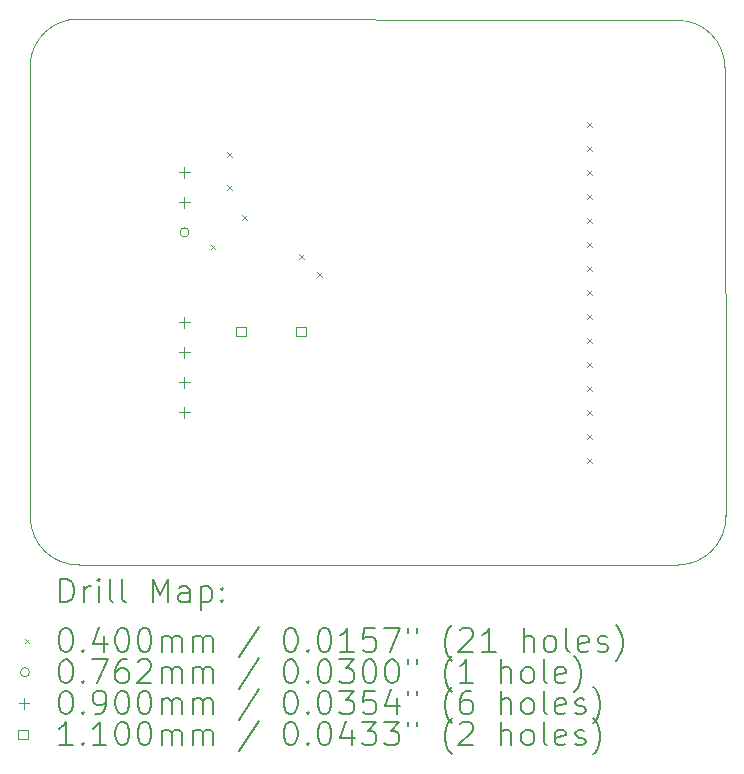
<source format=gbr>
%TF.GenerationSoftware,KiCad,Pcbnew,7.0.7*%
%TF.CreationDate,2023-11-13T23:42:37-06:00*%
%TF.ProjectId,ScienceHeaterElement_2023,53636965-6e63-4654-9865-61746572456c,rev?*%
%TF.SameCoordinates,Original*%
%TF.FileFunction,Drillmap*%
%TF.FilePolarity,Positive*%
%FSLAX45Y45*%
G04 Gerber Fmt 4.5, Leading zero omitted, Abs format (unit mm)*
G04 Created by KiCad (PCBNEW 7.0.7) date 2023-11-13 23:42:37*
%MOMM*%
%LPD*%
G01*
G04 APERTURE LIST*
%ADD10C,0.100000*%
%ADD11C,0.200000*%
%ADD12C,0.040000*%
%ADD13C,0.076200*%
%ADD14C,0.090000*%
%ADD15C,0.110000*%
G04 APERTURE END LIST*
D10*
X17780000Y-2652000D02*
X12702056Y-2640818D01*
X18176000Y-3050005D02*
X18183990Y-6845992D01*
X18176005Y-3050005D02*
G75*
G03*
X17780000Y-2652000I-396005J1995D01*
G01*
X17779990Y-7262168D02*
G75*
G03*
X18183990Y-6845992I10J404168D01*
G01*
X12295822Y-6858000D02*
G75*
G03*
X12711998Y-7262000I404178J0D01*
G01*
X12295820Y-6858000D02*
X12293690Y-3021276D01*
X12702056Y-2640817D02*
G75*
G03*
X12293690Y-3021276I-2056J-407183D01*
G01*
X17779990Y-7262170D02*
X12711998Y-7262000D01*
D11*
D12*
X13823000Y-4552000D02*
X13863000Y-4592000D01*
X13863000Y-4552000D02*
X13823000Y-4592000D01*
X13962225Y-3766475D02*
X14002225Y-3806475D01*
X14002225Y-3766475D02*
X13962225Y-3806475D01*
X13962225Y-4045875D02*
X14002225Y-4085875D01*
X14002225Y-4045875D02*
X13962225Y-4085875D01*
X14089225Y-4299875D02*
X14129225Y-4339875D01*
X14129225Y-4299875D02*
X14089225Y-4339875D01*
X14571825Y-4630075D02*
X14611825Y-4670075D01*
X14611825Y-4630075D02*
X14571825Y-4670075D01*
X14724225Y-4782475D02*
X14764225Y-4822475D01*
X14764225Y-4782475D02*
X14724225Y-4822475D01*
X17011360Y-5138077D02*
X17051360Y-5178077D01*
X17051360Y-5138077D02*
X17011360Y-5178077D01*
X17011367Y-4122074D02*
X17051367Y-4162074D01*
X17051367Y-4122074D02*
X17011367Y-4162074D01*
X17011367Y-5341276D02*
X17051367Y-5381276D01*
X17051367Y-5341276D02*
X17011367Y-5381276D01*
X17011367Y-3512474D02*
X17051367Y-3552474D01*
X17051367Y-3512474D02*
X17011367Y-3552474D01*
X17011368Y-3715669D02*
X17051368Y-3755669D01*
X17051368Y-3715669D02*
X17011368Y-3755669D01*
X17011368Y-5544469D02*
X17051368Y-5584469D01*
X17051368Y-5544469D02*
X17011368Y-5584469D01*
X17011368Y-6154069D02*
X17051368Y-6194069D01*
X17051368Y-6154069D02*
X17011368Y-6194069D01*
X17011368Y-4528475D02*
X17051368Y-4568475D01*
X17051368Y-4528475D02*
X17011368Y-4568475D01*
X17011368Y-6357275D02*
X17051368Y-6397275D01*
X17051368Y-6357275D02*
X17011368Y-6397275D01*
X17011368Y-4325275D02*
X17051368Y-4365275D01*
X17051368Y-4325275D02*
X17011368Y-4365275D01*
X17011368Y-4731668D02*
X17051368Y-4771668D01*
X17051368Y-4731668D02*
X17011368Y-4771668D01*
X17011368Y-4934868D02*
X17051368Y-4974868D01*
X17051368Y-4934868D02*
X17011368Y-4974868D01*
X17011371Y-5747685D02*
X17051371Y-5787685D01*
X17051371Y-5747685D02*
X17011371Y-5787685D01*
X17011371Y-5950885D02*
X17051371Y-5990885D01*
X17051371Y-5950885D02*
X17011371Y-5990885D01*
X17011373Y-3918863D02*
X17051373Y-3958863D01*
X17051373Y-3918863D02*
X17011373Y-3958863D01*
D13*
X13639325Y-4446875D02*
G75*
G03*
X13639325Y-4446875I-38100J0D01*
G01*
D14*
X13601225Y-3893875D02*
X13601225Y-3983875D01*
X13556225Y-3938875D02*
X13646225Y-3938875D01*
X13601225Y-4147875D02*
X13601225Y-4237875D01*
X13556225Y-4192875D02*
X13646225Y-4192875D01*
X13601225Y-5163875D02*
X13601225Y-5253875D01*
X13556225Y-5208875D02*
X13646225Y-5208875D01*
X13601225Y-5417875D02*
X13601225Y-5507875D01*
X13556225Y-5462875D02*
X13646225Y-5462875D01*
X13601225Y-5671875D02*
X13601225Y-5761875D01*
X13556225Y-5716875D02*
X13646225Y-5716875D01*
X13601225Y-5925875D02*
X13601225Y-6015875D01*
X13556225Y-5970875D02*
X13646225Y-5970875D01*
D15*
X14118111Y-5322091D02*
X14118111Y-5244309D01*
X14040329Y-5244309D01*
X14040329Y-5322091D01*
X14118111Y-5322091D01*
X14626111Y-5322091D02*
X14626111Y-5244309D01*
X14548329Y-5244309D01*
X14548329Y-5322091D01*
X14626111Y-5322091D01*
D11*
X12549467Y-7578662D02*
X12549467Y-7378662D01*
X12549467Y-7378662D02*
X12597086Y-7378662D01*
X12597086Y-7378662D02*
X12625657Y-7388186D01*
X12625657Y-7388186D02*
X12644705Y-7407233D01*
X12644705Y-7407233D02*
X12654229Y-7426281D01*
X12654229Y-7426281D02*
X12663753Y-7464376D01*
X12663753Y-7464376D02*
X12663753Y-7492948D01*
X12663753Y-7492948D02*
X12654229Y-7531043D01*
X12654229Y-7531043D02*
X12644705Y-7550090D01*
X12644705Y-7550090D02*
X12625657Y-7569138D01*
X12625657Y-7569138D02*
X12597086Y-7578662D01*
X12597086Y-7578662D02*
X12549467Y-7578662D01*
X12749467Y-7578662D02*
X12749467Y-7445328D01*
X12749467Y-7483424D02*
X12758991Y-7464376D01*
X12758991Y-7464376D02*
X12768514Y-7454852D01*
X12768514Y-7454852D02*
X12787562Y-7445328D01*
X12787562Y-7445328D02*
X12806610Y-7445328D01*
X12873276Y-7578662D02*
X12873276Y-7445328D01*
X12873276Y-7378662D02*
X12863753Y-7388186D01*
X12863753Y-7388186D02*
X12873276Y-7397709D01*
X12873276Y-7397709D02*
X12882800Y-7388186D01*
X12882800Y-7388186D02*
X12873276Y-7378662D01*
X12873276Y-7378662D02*
X12873276Y-7397709D01*
X12997086Y-7578662D02*
X12978038Y-7569138D01*
X12978038Y-7569138D02*
X12968514Y-7550090D01*
X12968514Y-7550090D02*
X12968514Y-7378662D01*
X13101848Y-7578662D02*
X13082800Y-7569138D01*
X13082800Y-7569138D02*
X13073276Y-7550090D01*
X13073276Y-7550090D02*
X13073276Y-7378662D01*
X13330419Y-7578662D02*
X13330419Y-7378662D01*
X13330419Y-7378662D02*
X13397086Y-7521519D01*
X13397086Y-7521519D02*
X13463753Y-7378662D01*
X13463753Y-7378662D02*
X13463753Y-7578662D01*
X13644705Y-7578662D02*
X13644705Y-7473900D01*
X13644705Y-7473900D02*
X13635181Y-7454852D01*
X13635181Y-7454852D02*
X13616134Y-7445328D01*
X13616134Y-7445328D02*
X13578038Y-7445328D01*
X13578038Y-7445328D02*
X13558991Y-7454852D01*
X13644705Y-7569138D02*
X13625657Y-7578662D01*
X13625657Y-7578662D02*
X13578038Y-7578662D01*
X13578038Y-7578662D02*
X13558991Y-7569138D01*
X13558991Y-7569138D02*
X13549467Y-7550090D01*
X13549467Y-7550090D02*
X13549467Y-7531043D01*
X13549467Y-7531043D02*
X13558991Y-7511995D01*
X13558991Y-7511995D02*
X13578038Y-7502471D01*
X13578038Y-7502471D02*
X13625657Y-7502471D01*
X13625657Y-7502471D02*
X13644705Y-7492948D01*
X13739943Y-7445328D02*
X13739943Y-7645328D01*
X13739943Y-7454852D02*
X13758991Y-7445328D01*
X13758991Y-7445328D02*
X13797086Y-7445328D01*
X13797086Y-7445328D02*
X13816134Y-7454852D01*
X13816134Y-7454852D02*
X13825657Y-7464376D01*
X13825657Y-7464376D02*
X13835181Y-7483424D01*
X13835181Y-7483424D02*
X13835181Y-7540567D01*
X13835181Y-7540567D02*
X13825657Y-7559614D01*
X13825657Y-7559614D02*
X13816134Y-7569138D01*
X13816134Y-7569138D02*
X13797086Y-7578662D01*
X13797086Y-7578662D02*
X13758991Y-7578662D01*
X13758991Y-7578662D02*
X13739943Y-7569138D01*
X13920895Y-7559614D02*
X13930419Y-7569138D01*
X13930419Y-7569138D02*
X13920895Y-7578662D01*
X13920895Y-7578662D02*
X13911372Y-7569138D01*
X13911372Y-7569138D02*
X13920895Y-7559614D01*
X13920895Y-7559614D02*
X13920895Y-7578662D01*
X13920895Y-7454852D02*
X13930419Y-7464376D01*
X13930419Y-7464376D02*
X13920895Y-7473900D01*
X13920895Y-7473900D02*
X13911372Y-7464376D01*
X13911372Y-7464376D02*
X13920895Y-7454852D01*
X13920895Y-7454852D02*
X13920895Y-7473900D01*
D12*
X12248690Y-7887178D02*
X12288690Y-7927178D01*
X12288690Y-7887178D02*
X12248690Y-7927178D01*
D11*
X12587562Y-7798662D02*
X12606610Y-7798662D01*
X12606610Y-7798662D02*
X12625657Y-7808186D01*
X12625657Y-7808186D02*
X12635181Y-7817709D01*
X12635181Y-7817709D02*
X12644705Y-7836757D01*
X12644705Y-7836757D02*
X12654229Y-7874852D01*
X12654229Y-7874852D02*
X12654229Y-7922471D01*
X12654229Y-7922471D02*
X12644705Y-7960567D01*
X12644705Y-7960567D02*
X12635181Y-7979614D01*
X12635181Y-7979614D02*
X12625657Y-7989138D01*
X12625657Y-7989138D02*
X12606610Y-7998662D01*
X12606610Y-7998662D02*
X12587562Y-7998662D01*
X12587562Y-7998662D02*
X12568514Y-7989138D01*
X12568514Y-7989138D02*
X12558991Y-7979614D01*
X12558991Y-7979614D02*
X12549467Y-7960567D01*
X12549467Y-7960567D02*
X12539943Y-7922471D01*
X12539943Y-7922471D02*
X12539943Y-7874852D01*
X12539943Y-7874852D02*
X12549467Y-7836757D01*
X12549467Y-7836757D02*
X12558991Y-7817709D01*
X12558991Y-7817709D02*
X12568514Y-7808186D01*
X12568514Y-7808186D02*
X12587562Y-7798662D01*
X12739943Y-7979614D02*
X12749467Y-7989138D01*
X12749467Y-7989138D02*
X12739943Y-7998662D01*
X12739943Y-7998662D02*
X12730419Y-7989138D01*
X12730419Y-7989138D02*
X12739943Y-7979614D01*
X12739943Y-7979614D02*
X12739943Y-7998662D01*
X12920895Y-7865328D02*
X12920895Y-7998662D01*
X12873276Y-7789138D02*
X12825657Y-7931995D01*
X12825657Y-7931995D02*
X12949467Y-7931995D01*
X13063753Y-7798662D02*
X13082800Y-7798662D01*
X13082800Y-7798662D02*
X13101848Y-7808186D01*
X13101848Y-7808186D02*
X13111372Y-7817709D01*
X13111372Y-7817709D02*
X13120895Y-7836757D01*
X13120895Y-7836757D02*
X13130419Y-7874852D01*
X13130419Y-7874852D02*
X13130419Y-7922471D01*
X13130419Y-7922471D02*
X13120895Y-7960567D01*
X13120895Y-7960567D02*
X13111372Y-7979614D01*
X13111372Y-7979614D02*
X13101848Y-7989138D01*
X13101848Y-7989138D02*
X13082800Y-7998662D01*
X13082800Y-7998662D02*
X13063753Y-7998662D01*
X13063753Y-7998662D02*
X13044705Y-7989138D01*
X13044705Y-7989138D02*
X13035181Y-7979614D01*
X13035181Y-7979614D02*
X13025657Y-7960567D01*
X13025657Y-7960567D02*
X13016134Y-7922471D01*
X13016134Y-7922471D02*
X13016134Y-7874852D01*
X13016134Y-7874852D02*
X13025657Y-7836757D01*
X13025657Y-7836757D02*
X13035181Y-7817709D01*
X13035181Y-7817709D02*
X13044705Y-7808186D01*
X13044705Y-7808186D02*
X13063753Y-7798662D01*
X13254229Y-7798662D02*
X13273276Y-7798662D01*
X13273276Y-7798662D02*
X13292324Y-7808186D01*
X13292324Y-7808186D02*
X13301848Y-7817709D01*
X13301848Y-7817709D02*
X13311372Y-7836757D01*
X13311372Y-7836757D02*
X13320895Y-7874852D01*
X13320895Y-7874852D02*
X13320895Y-7922471D01*
X13320895Y-7922471D02*
X13311372Y-7960567D01*
X13311372Y-7960567D02*
X13301848Y-7979614D01*
X13301848Y-7979614D02*
X13292324Y-7989138D01*
X13292324Y-7989138D02*
X13273276Y-7998662D01*
X13273276Y-7998662D02*
X13254229Y-7998662D01*
X13254229Y-7998662D02*
X13235181Y-7989138D01*
X13235181Y-7989138D02*
X13225657Y-7979614D01*
X13225657Y-7979614D02*
X13216134Y-7960567D01*
X13216134Y-7960567D02*
X13206610Y-7922471D01*
X13206610Y-7922471D02*
X13206610Y-7874852D01*
X13206610Y-7874852D02*
X13216134Y-7836757D01*
X13216134Y-7836757D02*
X13225657Y-7817709D01*
X13225657Y-7817709D02*
X13235181Y-7808186D01*
X13235181Y-7808186D02*
X13254229Y-7798662D01*
X13406610Y-7998662D02*
X13406610Y-7865328D01*
X13406610Y-7884376D02*
X13416134Y-7874852D01*
X13416134Y-7874852D02*
X13435181Y-7865328D01*
X13435181Y-7865328D02*
X13463753Y-7865328D01*
X13463753Y-7865328D02*
X13482800Y-7874852D01*
X13482800Y-7874852D02*
X13492324Y-7893900D01*
X13492324Y-7893900D02*
X13492324Y-7998662D01*
X13492324Y-7893900D02*
X13501848Y-7874852D01*
X13501848Y-7874852D02*
X13520895Y-7865328D01*
X13520895Y-7865328D02*
X13549467Y-7865328D01*
X13549467Y-7865328D02*
X13568515Y-7874852D01*
X13568515Y-7874852D02*
X13578038Y-7893900D01*
X13578038Y-7893900D02*
X13578038Y-7998662D01*
X13673276Y-7998662D02*
X13673276Y-7865328D01*
X13673276Y-7884376D02*
X13682800Y-7874852D01*
X13682800Y-7874852D02*
X13701848Y-7865328D01*
X13701848Y-7865328D02*
X13730419Y-7865328D01*
X13730419Y-7865328D02*
X13749467Y-7874852D01*
X13749467Y-7874852D02*
X13758991Y-7893900D01*
X13758991Y-7893900D02*
X13758991Y-7998662D01*
X13758991Y-7893900D02*
X13768515Y-7874852D01*
X13768515Y-7874852D02*
X13787562Y-7865328D01*
X13787562Y-7865328D02*
X13816134Y-7865328D01*
X13816134Y-7865328D02*
X13835181Y-7874852D01*
X13835181Y-7874852D02*
X13844705Y-7893900D01*
X13844705Y-7893900D02*
X13844705Y-7998662D01*
X14235181Y-7789138D02*
X14063753Y-8046281D01*
X14492324Y-7798662D02*
X14511372Y-7798662D01*
X14511372Y-7798662D02*
X14530419Y-7808186D01*
X14530419Y-7808186D02*
X14539943Y-7817709D01*
X14539943Y-7817709D02*
X14549467Y-7836757D01*
X14549467Y-7836757D02*
X14558991Y-7874852D01*
X14558991Y-7874852D02*
X14558991Y-7922471D01*
X14558991Y-7922471D02*
X14549467Y-7960567D01*
X14549467Y-7960567D02*
X14539943Y-7979614D01*
X14539943Y-7979614D02*
X14530419Y-7989138D01*
X14530419Y-7989138D02*
X14511372Y-7998662D01*
X14511372Y-7998662D02*
X14492324Y-7998662D01*
X14492324Y-7998662D02*
X14473277Y-7989138D01*
X14473277Y-7989138D02*
X14463753Y-7979614D01*
X14463753Y-7979614D02*
X14454229Y-7960567D01*
X14454229Y-7960567D02*
X14444705Y-7922471D01*
X14444705Y-7922471D02*
X14444705Y-7874852D01*
X14444705Y-7874852D02*
X14454229Y-7836757D01*
X14454229Y-7836757D02*
X14463753Y-7817709D01*
X14463753Y-7817709D02*
X14473277Y-7808186D01*
X14473277Y-7808186D02*
X14492324Y-7798662D01*
X14644705Y-7979614D02*
X14654229Y-7989138D01*
X14654229Y-7989138D02*
X14644705Y-7998662D01*
X14644705Y-7998662D02*
X14635181Y-7989138D01*
X14635181Y-7989138D02*
X14644705Y-7979614D01*
X14644705Y-7979614D02*
X14644705Y-7998662D01*
X14778038Y-7798662D02*
X14797086Y-7798662D01*
X14797086Y-7798662D02*
X14816134Y-7808186D01*
X14816134Y-7808186D02*
X14825658Y-7817709D01*
X14825658Y-7817709D02*
X14835181Y-7836757D01*
X14835181Y-7836757D02*
X14844705Y-7874852D01*
X14844705Y-7874852D02*
X14844705Y-7922471D01*
X14844705Y-7922471D02*
X14835181Y-7960567D01*
X14835181Y-7960567D02*
X14825658Y-7979614D01*
X14825658Y-7979614D02*
X14816134Y-7989138D01*
X14816134Y-7989138D02*
X14797086Y-7998662D01*
X14797086Y-7998662D02*
X14778038Y-7998662D01*
X14778038Y-7998662D02*
X14758991Y-7989138D01*
X14758991Y-7989138D02*
X14749467Y-7979614D01*
X14749467Y-7979614D02*
X14739943Y-7960567D01*
X14739943Y-7960567D02*
X14730419Y-7922471D01*
X14730419Y-7922471D02*
X14730419Y-7874852D01*
X14730419Y-7874852D02*
X14739943Y-7836757D01*
X14739943Y-7836757D02*
X14749467Y-7817709D01*
X14749467Y-7817709D02*
X14758991Y-7808186D01*
X14758991Y-7808186D02*
X14778038Y-7798662D01*
X15035181Y-7998662D02*
X14920896Y-7998662D01*
X14978038Y-7998662D02*
X14978038Y-7798662D01*
X14978038Y-7798662D02*
X14958991Y-7827233D01*
X14958991Y-7827233D02*
X14939943Y-7846281D01*
X14939943Y-7846281D02*
X14920896Y-7855805D01*
X15216134Y-7798662D02*
X15120896Y-7798662D01*
X15120896Y-7798662D02*
X15111372Y-7893900D01*
X15111372Y-7893900D02*
X15120896Y-7884376D01*
X15120896Y-7884376D02*
X15139943Y-7874852D01*
X15139943Y-7874852D02*
X15187562Y-7874852D01*
X15187562Y-7874852D02*
X15206610Y-7884376D01*
X15206610Y-7884376D02*
X15216134Y-7893900D01*
X15216134Y-7893900D02*
X15225658Y-7912948D01*
X15225658Y-7912948D02*
X15225658Y-7960567D01*
X15225658Y-7960567D02*
X15216134Y-7979614D01*
X15216134Y-7979614D02*
X15206610Y-7989138D01*
X15206610Y-7989138D02*
X15187562Y-7998662D01*
X15187562Y-7998662D02*
X15139943Y-7998662D01*
X15139943Y-7998662D02*
X15120896Y-7989138D01*
X15120896Y-7989138D02*
X15111372Y-7979614D01*
X15292324Y-7798662D02*
X15425658Y-7798662D01*
X15425658Y-7798662D02*
X15339943Y-7998662D01*
X15492324Y-7798662D02*
X15492324Y-7836757D01*
X15568515Y-7798662D02*
X15568515Y-7836757D01*
X15863753Y-8074852D02*
X15854229Y-8065328D01*
X15854229Y-8065328D02*
X15835181Y-8036757D01*
X15835181Y-8036757D02*
X15825658Y-8017709D01*
X15825658Y-8017709D02*
X15816134Y-7989138D01*
X15816134Y-7989138D02*
X15806610Y-7941519D01*
X15806610Y-7941519D02*
X15806610Y-7903424D01*
X15806610Y-7903424D02*
X15816134Y-7855805D01*
X15816134Y-7855805D02*
X15825658Y-7827233D01*
X15825658Y-7827233D02*
X15835181Y-7808186D01*
X15835181Y-7808186D02*
X15854229Y-7779614D01*
X15854229Y-7779614D02*
X15863753Y-7770090D01*
X15930420Y-7817709D02*
X15939943Y-7808186D01*
X15939943Y-7808186D02*
X15958991Y-7798662D01*
X15958991Y-7798662D02*
X16006610Y-7798662D01*
X16006610Y-7798662D02*
X16025658Y-7808186D01*
X16025658Y-7808186D02*
X16035181Y-7817709D01*
X16035181Y-7817709D02*
X16044705Y-7836757D01*
X16044705Y-7836757D02*
X16044705Y-7855805D01*
X16044705Y-7855805D02*
X16035181Y-7884376D01*
X16035181Y-7884376D02*
X15920896Y-7998662D01*
X15920896Y-7998662D02*
X16044705Y-7998662D01*
X16235181Y-7998662D02*
X16120896Y-7998662D01*
X16178039Y-7998662D02*
X16178039Y-7798662D01*
X16178039Y-7798662D02*
X16158991Y-7827233D01*
X16158991Y-7827233D02*
X16139943Y-7846281D01*
X16139943Y-7846281D02*
X16120896Y-7855805D01*
X16473277Y-7998662D02*
X16473277Y-7798662D01*
X16558991Y-7998662D02*
X16558991Y-7893900D01*
X16558991Y-7893900D02*
X16549467Y-7874852D01*
X16549467Y-7874852D02*
X16530420Y-7865328D01*
X16530420Y-7865328D02*
X16501848Y-7865328D01*
X16501848Y-7865328D02*
X16482801Y-7874852D01*
X16482801Y-7874852D02*
X16473277Y-7884376D01*
X16682801Y-7998662D02*
X16663753Y-7989138D01*
X16663753Y-7989138D02*
X16654229Y-7979614D01*
X16654229Y-7979614D02*
X16644705Y-7960567D01*
X16644705Y-7960567D02*
X16644705Y-7903424D01*
X16644705Y-7903424D02*
X16654229Y-7884376D01*
X16654229Y-7884376D02*
X16663753Y-7874852D01*
X16663753Y-7874852D02*
X16682801Y-7865328D01*
X16682801Y-7865328D02*
X16711372Y-7865328D01*
X16711372Y-7865328D02*
X16730420Y-7874852D01*
X16730420Y-7874852D02*
X16739943Y-7884376D01*
X16739943Y-7884376D02*
X16749467Y-7903424D01*
X16749467Y-7903424D02*
X16749467Y-7960567D01*
X16749467Y-7960567D02*
X16739943Y-7979614D01*
X16739943Y-7979614D02*
X16730420Y-7989138D01*
X16730420Y-7989138D02*
X16711372Y-7998662D01*
X16711372Y-7998662D02*
X16682801Y-7998662D01*
X16863753Y-7998662D02*
X16844705Y-7989138D01*
X16844705Y-7989138D02*
X16835182Y-7970090D01*
X16835182Y-7970090D02*
X16835182Y-7798662D01*
X17016134Y-7989138D02*
X16997086Y-7998662D01*
X16997086Y-7998662D02*
X16958991Y-7998662D01*
X16958991Y-7998662D02*
X16939944Y-7989138D01*
X16939944Y-7989138D02*
X16930420Y-7970090D01*
X16930420Y-7970090D02*
X16930420Y-7893900D01*
X16930420Y-7893900D02*
X16939944Y-7874852D01*
X16939944Y-7874852D02*
X16958991Y-7865328D01*
X16958991Y-7865328D02*
X16997086Y-7865328D01*
X16997086Y-7865328D02*
X17016134Y-7874852D01*
X17016134Y-7874852D02*
X17025658Y-7893900D01*
X17025658Y-7893900D02*
X17025658Y-7912948D01*
X17025658Y-7912948D02*
X16930420Y-7931995D01*
X17101848Y-7989138D02*
X17120896Y-7998662D01*
X17120896Y-7998662D02*
X17158991Y-7998662D01*
X17158991Y-7998662D02*
X17178039Y-7989138D01*
X17178039Y-7989138D02*
X17187563Y-7970090D01*
X17187563Y-7970090D02*
X17187563Y-7960567D01*
X17187563Y-7960567D02*
X17178039Y-7941519D01*
X17178039Y-7941519D02*
X17158991Y-7931995D01*
X17158991Y-7931995D02*
X17130420Y-7931995D01*
X17130420Y-7931995D02*
X17111372Y-7922471D01*
X17111372Y-7922471D02*
X17101848Y-7903424D01*
X17101848Y-7903424D02*
X17101848Y-7893900D01*
X17101848Y-7893900D02*
X17111372Y-7874852D01*
X17111372Y-7874852D02*
X17130420Y-7865328D01*
X17130420Y-7865328D02*
X17158991Y-7865328D01*
X17158991Y-7865328D02*
X17178039Y-7874852D01*
X17254229Y-8074852D02*
X17263753Y-8065328D01*
X17263753Y-8065328D02*
X17282801Y-8036757D01*
X17282801Y-8036757D02*
X17292325Y-8017709D01*
X17292325Y-8017709D02*
X17301848Y-7989138D01*
X17301848Y-7989138D02*
X17311372Y-7941519D01*
X17311372Y-7941519D02*
X17311372Y-7903424D01*
X17311372Y-7903424D02*
X17301848Y-7855805D01*
X17301848Y-7855805D02*
X17292325Y-7827233D01*
X17292325Y-7827233D02*
X17282801Y-7808186D01*
X17282801Y-7808186D02*
X17263753Y-7779614D01*
X17263753Y-7779614D02*
X17254229Y-7770090D01*
D13*
X12288690Y-8171178D02*
G75*
G03*
X12288690Y-8171178I-38100J0D01*
G01*
D11*
X12587562Y-8062662D02*
X12606610Y-8062662D01*
X12606610Y-8062662D02*
X12625657Y-8072186D01*
X12625657Y-8072186D02*
X12635181Y-8081709D01*
X12635181Y-8081709D02*
X12644705Y-8100757D01*
X12644705Y-8100757D02*
X12654229Y-8138852D01*
X12654229Y-8138852D02*
X12654229Y-8186471D01*
X12654229Y-8186471D02*
X12644705Y-8224567D01*
X12644705Y-8224567D02*
X12635181Y-8243614D01*
X12635181Y-8243614D02*
X12625657Y-8253138D01*
X12625657Y-8253138D02*
X12606610Y-8262662D01*
X12606610Y-8262662D02*
X12587562Y-8262662D01*
X12587562Y-8262662D02*
X12568514Y-8253138D01*
X12568514Y-8253138D02*
X12558991Y-8243614D01*
X12558991Y-8243614D02*
X12549467Y-8224567D01*
X12549467Y-8224567D02*
X12539943Y-8186471D01*
X12539943Y-8186471D02*
X12539943Y-8138852D01*
X12539943Y-8138852D02*
X12549467Y-8100757D01*
X12549467Y-8100757D02*
X12558991Y-8081709D01*
X12558991Y-8081709D02*
X12568514Y-8072186D01*
X12568514Y-8072186D02*
X12587562Y-8062662D01*
X12739943Y-8243614D02*
X12749467Y-8253138D01*
X12749467Y-8253138D02*
X12739943Y-8262662D01*
X12739943Y-8262662D02*
X12730419Y-8253138D01*
X12730419Y-8253138D02*
X12739943Y-8243614D01*
X12739943Y-8243614D02*
X12739943Y-8262662D01*
X12816134Y-8062662D02*
X12949467Y-8062662D01*
X12949467Y-8062662D02*
X12863753Y-8262662D01*
X13111372Y-8062662D02*
X13073276Y-8062662D01*
X13073276Y-8062662D02*
X13054229Y-8072186D01*
X13054229Y-8072186D02*
X13044705Y-8081709D01*
X13044705Y-8081709D02*
X13025657Y-8110281D01*
X13025657Y-8110281D02*
X13016134Y-8148376D01*
X13016134Y-8148376D02*
X13016134Y-8224567D01*
X13016134Y-8224567D02*
X13025657Y-8243614D01*
X13025657Y-8243614D02*
X13035181Y-8253138D01*
X13035181Y-8253138D02*
X13054229Y-8262662D01*
X13054229Y-8262662D02*
X13092324Y-8262662D01*
X13092324Y-8262662D02*
X13111372Y-8253138D01*
X13111372Y-8253138D02*
X13120895Y-8243614D01*
X13120895Y-8243614D02*
X13130419Y-8224567D01*
X13130419Y-8224567D02*
X13130419Y-8176948D01*
X13130419Y-8176948D02*
X13120895Y-8157900D01*
X13120895Y-8157900D02*
X13111372Y-8148376D01*
X13111372Y-8148376D02*
X13092324Y-8138852D01*
X13092324Y-8138852D02*
X13054229Y-8138852D01*
X13054229Y-8138852D02*
X13035181Y-8148376D01*
X13035181Y-8148376D02*
X13025657Y-8157900D01*
X13025657Y-8157900D02*
X13016134Y-8176948D01*
X13206610Y-8081709D02*
X13216134Y-8072186D01*
X13216134Y-8072186D02*
X13235181Y-8062662D01*
X13235181Y-8062662D02*
X13282800Y-8062662D01*
X13282800Y-8062662D02*
X13301848Y-8072186D01*
X13301848Y-8072186D02*
X13311372Y-8081709D01*
X13311372Y-8081709D02*
X13320895Y-8100757D01*
X13320895Y-8100757D02*
X13320895Y-8119805D01*
X13320895Y-8119805D02*
X13311372Y-8148376D01*
X13311372Y-8148376D02*
X13197086Y-8262662D01*
X13197086Y-8262662D02*
X13320895Y-8262662D01*
X13406610Y-8262662D02*
X13406610Y-8129328D01*
X13406610Y-8148376D02*
X13416134Y-8138852D01*
X13416134Y-8138852D02*
X13435181Y-8129328D01*
X13435181Y-8129328D02*
X13463753Y-8129328D01*
X13463753Y-8129328D02*
X13482800Y-8138852D01*
X13482800Y-8138852D02*
X13492324Y-8157900D01*
X13492324Y-8157900D02*
X13492324Y-8262662D01*
X13492324Y-8157900D02*
X13501848Y-8138852D01*
X13501848Y-8138852D02*
X13520895Y-8129328D01*
X13520895Y-8129328D02*
X13549467Y-8129328D01*
X13549467Y-8129328D02*
X13568515Y-8138852D01*
X13568515Y-8138852D02*
X13578038Y-8157900D01*
X13578038Y-8157900D02*
X13578038Y-8262662D01*
X13673276Y-8262662D02*
X13673276Y-8129328D01*
X13673276Y-8148376D02*
X13682800Y-8138852D01*
X13682800Y-8138852D02*
X13701848Y-8129328D01*
X13701848Y-8129328D02*
X13730419Y-8129328D01*
X13730419Y-8129328D02*
X13749467Y-8138852D01*
X13749467Y-8138852D02*
X13758991Y-8157900D01*
X13758991Y-8157900D02*
X13758991Y-8262662D01*
X13758991Y-8157900D02*
X13768515Y-8138852D01*
X13768515Y-8138852D02*
X13787562Y-8129328D01*
X13787562Y-8129328D02*
X13816134Y-8129328D01*
X13816134Y-8129328D02*
X13835181Y-8138852D01*
X13835181Y-8138852D02*
X13844705Y-8157900D01*
X13844705Y-8157900D02*
X13844705Y-8262662D01*
X14235181Y-8053138D02*
X14063753Y-8310281D01*
X14492324Y-8062662D02*
X14511372Y-8062662D01*
X14511372Y-8062662D02*
X14530419Y-8072186D01*
X14530419Y-8072186D02*
X14539943Y-8081709D01*
X14539943Y-8081709D02*
X14549467Y-8100757D01*
X14549467Y-8100757D02*
X14558991Y-8138852D01*
X14558991Y-8138852D02*
X14558991Y-8186471D01*
X14558991Y-8186471D02*
X14549467Y-8224567D01*
X14549467Y-8224567D02*
X14539943Y-8243614D01*
X14539943Y-8243614D02*
X14530419Y-8253138D01*
X14530419Y-8253138D02*
X14511372Y-8262662D01*
X14511372Y-8262662D02*
X14492324Y-8262662D01*
X14492324Y-8262662D02*
X14473277Y-8253138D01*
X14473277Y-8253138D02*
X14463753Y-8243614D01*
X14463753Y-8243614D02*
X14454229Y-8224567D01*
X14454229Y-8224567D02*
X14444705Y-8186471D01*
X14444705Y-8186471D02*
X14444705Y-8138852D01*
X14444705Y-8138852D02*
X14454229Y-8100757D01*
X14454229Y-8100757D02*
X14463753Y-8081709D01*
X14463753Y-8081709D02*
X14473277Y-8072186D01*
X14473277Y-8072186D02*
X14492324Y-8062662D01*
X14644705Y-8243614D02*
X14654229Y-8253138D01*
X14654229Y-8253138D02*
X14644705Y-8262662D01*
X14644705Y-8262662D02*
X14635181Y-8253138D01*
X14635181Y-8253138D02*
X14644705Y-8243614D01*
X14644705Y-8243614D02*
X14644705Y-8262662D01*
X14778038Y-8062662D02*
X14797086Y-8062662D01*
X14797086Y-8062662D02*
X14816134Y-8072186D01*
X14816134Y-8072186D02*
X14825658Y-8081709D01*
X14825658Y-8081709D02*
X14835181Y-8100757D01*
X14835181Y-8100757D02*
X14844705Y-8138852D01*
X14844705Y-8138852D02*
X14844705Y-8186471D01*
X14844705Y-8186471D02*
X14835181Y-8224567D01*
X14835181Y-8224567D02*
X14825658Y-8243614D01*
X14825658Y-8243614D02*
X14816134Y-8253138D01*
X14816134Y-8253138D02*
X14797086Y-8262662D01*
X14797086Y-8262662D02*
X14778038Y-8262662D01*
X14778038Y-8262662D02*
X14758991Y-8253138D01*
X14758991Y-8253138D02*
X14749467Y-8243614D01*
X14749467Y-8243614D02*
X14739943Y-8224567D01*
X14739943Y-8224567D02*
X14730419Y-8186471D01*
X14730419Y-8186471D02*
X14730419Y-8138852D01*
X14730419Y-8138852D02*
X14739943Y-8100757D01*
X14739943Y-8100757D02*
X14749467Y-8081709D01*
X14749467Y-8081709D02*
X14758991Y-8072186D01*
X14758991Y-8072186D02*
X14778038Y-8062662D01*
X14911372Y-8062662D02*
X15035181Y-8062662D01*
X15035181Y-8062662D02*
X14968515Y-8138852D01*
X14968515Y-8138852D02*
X14997086Y-8138852D01*
X14997086Y-8138852D02*
X15016134Y-8148376D01*
X15016134Y-8148376D02*
X15025658Y-8157900D01*
X15025658Y-8157900D02*
X15035181Y-8176948D01*
X15035181Y-8176948D02*
X15035181Y-8224567D01*
X15035181Y-8224567D02*
X15025658Y-8243614D01*
X15025658Y-8243614D02*
X15016134Y-8253138D01*
X15016134Y-8253138D02*
X14997086Y-8262662D01*
X14997086Y-8262662D02*
X14939943Y-8262662D01*
X14939943Y-8262662D02*
X14920896Y-8253138D01*
X14920896Y-8253138D02*
X14911372Y-8243614D01*
X15158991Y-8062662D02*
X15178039Y-8062662D01*
X15178039Y-8062662D02*
X15197086Y-8072186D01*
X15197086Y-8072186D02*
X15206610Y-8081709D01*
X15206610Y-8081709D02*
X15216134Y-8100757D01*
X15216134Y-8100757D02*
X15225658Y-8138852D01*
X15225658Y-8138852D02*
X15225658Y-8186471D01*
X15225658Y-8186471D02*
X15216134Y-8224567D01*
X15216134Y-8224567D02*
X15206610Y-8243614D01*
X15206610Y-8243614D02*
X15197086Y-8253138D01*
X15197086Y-8253138D02*
X15178039Y-8262662D01*
X15178039Y-8262662D02*
X15158991Y-8262662D01*
X15158991Y-8262662D02*
X15139943Y-8253138D01*
X15139943Y-8253138D02*
X15130419Y-8243614D01*
X15130419Y-8243614D02*
X15120896Y-8224567D01*
X15120896Y-8224567D02*
X15111372Y-8186471D01*
X15111372Y-8186471D02*
X15111372Y-8138852D01*
X15111372Y-8138852D02*
X15120896Y-8100757D01*
X15120896Y-8100757D02*
X15130419Y-8081709D01*
X15130419Y-8081709D02*
X15139943Y-8072186D01*
X15139943Y-8072186D02*
X15158991Y-8062662D01*
X15349467Y-8062662D02*
X15368515Y-8062662D01*
X15368515Y-8062662D02*
X15387562Y-8072186D01*
X15387562Y-8072186D02*
X15397086Y-8081709D01*
X15397086Y-8081709D02*
X15406610Y-8100757D01*
X15406610Y-8100757D02*
X15416134Y-8138852D01*
X15416134Y-8138852D02*
X15416134Y-8186471D01*
X15416134Y-8186471D02*
X15406610Y-8224567D01*
X15406610Y-8224567D02*
X15397086Y-8243614D01*
X15397086Y-8243614D02*
X15387562Y-8253138D01*
X15387562Y-8253138D02*
X15368515Y-8262662D01*
X15368515Y-8262662D02*
X15349467Y-8262662D01*
X15349467Y-8262662D02*
X15330419Y-8253138D01*
X15330419Y-8253138D02*
X15320896Y-8243614D01*
X15320896Y-8243614D02*
X15311372Y-8224567D01*
X15311372Y-8224567D02*
X15301848Y-8186471D01*
X15301848Y-8186471D02*
X15301848Y-8138852D01*
X15301848Y-8138852D02*
X15311372Y-8100757D01*
X15311372Y-8100757D02*
X15320896Y-8081709D01*
X15320896Y-8081709D02*
X15330419Y-8072186D01*
X15330419Y-8072186D02*
X15349467Y-8062662D01*
X15492324Y-8062662D02*
X15492324Y-8100757D01*
X15568515Y-8062662D02*
X15568515Y-8100757D01*
X15863753Y-8338852D02*
X15854229Y-8329328D01*
X15854229Y-8329328D02*
X15835181Y-8300757D01*
X15835181Y-8300757D02*
X15825658Y-8281709D01*
X15825658Y-8281709D02*
X15816134Y-8253138D01*
X15816134Y-8253138D02*
X15806610Y-8205519D01*
X15806610Y-8205519D02*
X15806610Y-8167424D01*
X15806610Y-8167424D02*
X15816134Y-8119805D01*
X15816134Y-8119805D02*
X15825658Y-8091233D01*
X15825658Y-8091233D02*
X15835181Y-8072186D01*
X15835181Y-8072186D02*
X15854229Y-8043614D01*
X15854229Y-8043614D02*
X15863753Y-8034090D01*
X16044705Y-8262662D02*
X15930420Y-8262662D01*
X15987562Y-8262662D02*
X15987562Y-8062662D01*
X15987562Y-8062662D02*
X15968515Y-8091233D01*
X15968515Y-8091233D02*
X15949467Y-8110281D01*
X15949467Y-8110281D02*
X15930420Y-8119805D01*
X16282801Y-8262662D02*
X16282801Y-8062662D01*
X16368515Y-8262662D02*
X16368515Y-8157900D01*
X16368515Y-8157900D02*
X16358991Y-8138852D01*
X16358991Y-8138852D02*
X16339943Y-8129328D01*
X16339943Y-8129328D02*
X16311372Y-8129328D01*
X16311372Y-8129328D02*
X16292324Y-8138852D01*
X16292324Y-8138852D02*
X16282801Y-8148376D01*
X16492324Y-8262662D02*
X16473277Y-8253138D01*
X16473277Y-8253138D02*
X16463753Y-8243614D01*
X16463753Y-8243614D02*
X16454229Y-8224567D01*
X16454229Y-8224567D02*
X16454229Y-8167424D01*
X16454229Y-8167424D02*
X16463753Y-8148376D01*
X16463753Y-8148376D02*
X16473277Y-8138852D01*
X16473277Y-8138852D02*
X16492324Y-8129328D01*
X16492324Y-8129328D02*
X16520896Y-8129328D01*
X16520896Y-8129328D02*
X16539943Y-8138852D01*
X16539943Y-8138852D02*
X16549467Y-8148376D01*
X16549467Y-8148376D02*
X16558991Y-8167424D01*
X16558991Y-8167424D02*
X16558991Y-8224567D01*
X16558991Y-8224567D02*
X16549467Y-8243614D01*
X16549467Y-8243614D02*
X16539943Y-8253138D01*
X16539943Y-8253138D02*
X16520896Y-8262662D01*
X16520896Y-8262662D02*
X16492324Y-8262662D01*
X16673277Y-8262662D02*
X16654229Y-8253138D01*
X16654229Y-8253138D02*
X16644705Y-8234090D01*
X16644705Y-8234090D02*
X16644705Y-8062662D01*
X16825658Y-8253138D02*
X16806610Y-8262662D01*
X16806610Y-8262662D02*
X16768515Y-8262662D01*
X16768515Y-8262662D02*
X16749467Y-8253138D01*
X16749467Y-8253138D02*
X16739943Y-8234090D01*
X16739943Y-8234090D02*
X16739943Y-8157900D01*
X16739943Y-8157900D02*
X16749467Y-8138852D01*
X16749467Y-8138852D02*
X16768515Y-8129328D01*
X16768515Y-8129328D02*
X16806610Y-8129328D01*
X16806610Y-8129328D02*
X16825658Y-8138852D01*
X16825658Y-8138852D02*
X16835182Y-8157900D01*
X16835182Y-8157900D02*
X16835182Y-8176948D01*
X16835182Y-8176948D02*
X16739943Y-8195995D01*
X16901848Y-8338852D02*
X16911372Y-8329328D01*
X16911372Y-8329328D02*
X16930420Y-8300757D01*
X16930420Y-8300757D02*
X16939944Y-8281709D01*
X16939944Y-8281709D02*
X16949467Y-8253138D01*
X16949467Y-8253138D02*
X16958991Y-8205519D01*
X16958991Y-8205519D02*
X16958991Y-8167424D01*
X16958991Y-8167424D02*
X16949467Y-8119805D01*
X16949467Y-8119805D02*
X16939944Y-8091233D01*
X16939944Y-8091233D02*
X16930420Y-8072186D01*
X16930420Y-8072186D02*
X16911372Y-8043614D01*
X16911372Y-8043614D02*
X16901848Y-8034090D01*
D14*
X12243690Y-8390178D02*
X12243690Y-8480178D01*
X12198690Y-8435178D02*
X12288690Y-8435178D01*
D11*
X12587562Y-8326662D02*
X12606610Y-8326662D01*
X12606610Y-8326662D02*
X12625657Y-8336186D01*
X12625657Y-8336186D02*
X12635181Y-8345709D01*
X12635181Y-8345709D02*
X12644705Y-8364757D01*
X12644705Y-8364757D02*
X12654229Y-8402852D01*
X12654229Y-8402852D02*
X12654229Y-8450471D01*
X12654229Y-8450471D02*
X12644705Y-8488567D01*
X12644705Y-8488567D02*
X12635181Y-8507614D01*
X12635181Y-8507614D02*
X12625657Y-8517138D01*
X12625657Y-8517138D02*
X12606610Y-8526662D01*
X12606610Y-8526662D02*
X12587562Y-8526662D01*
X12587562Y-8526662D02*
X12568514Y-8517138D01*
X12568514Y-8517138D02*
X12558991Y-8507614D01*
X12558991Y-8507614D02*
X12549467Y-8488567D01*
X12549467Y-8488567D02*
X12539943Y-8450471D01*
X12539943Y-8450471D02*
X12539943Y-8402852D01*
X12539943Y-8402852D02*
X12549467Y-8364757D01*
X12549467Y-8364757D02*
X12558991Y-8345709D01*
X12558991Y-8345709D02*
X12568514Y-8336186D01*
X12568514Y-8336186D02*
X12587562Y-8326662D01*
X12739943Y-8507614D02*
X12749467Y-8517138D01*
X12749467Y-8517138D02*
X12739943Y-8526662D01*
X12739943Y-8526662D02*
X12730419Y-8517138D01*
X12730419Y-8517138D02*
X12739943Y-8507614D01*
X12739943Y-8507614D02*
X12739943Y-8526662D01*
X12844705Y-8526662D02*
X12882800Y-8526662D01*
X12882800Y-8526662D02*
X12901848Y-8517138D01*
X12901848Y-8517138D02*
X12911372Y-8507614D01*
X12911372Y-8507614D02*
X12930419Y-8479043D01*
X12930419Y-8479043D02*
X12939943Y-8440948D01*
X12939943Y-8440948D02*
X12939943Y-8364757D01*
X12939943Y-8364757D02*
X12930419Y-8345709D01*
X12930419Y-8345709D02*
X12920895Y-8336186D01*
X12920895Y-8336186D02*
X12901848Y-8326662D01*
X12901848Y-8326662D02*
X12863753Y-8326662D01*
X12863753Y-8326662D02*
X12844705Y-8336186D01*
X12844705Y-8336186D02*
X12835181Y-8345709D01*
X12835181Y-8345709D02*
X12825657Y-8364757D01*
X12825657Y-8364757D02*
X12825657Y-8412376D01*
X12825657Y-8412376D02*
X12835181Y-8431424D01*
X12835181Y-8431424D02*
X12844705Y-8440948D01*
X12844705Y-8440948D02*
X12863753Y-8450471D01*
X12863753Y-8450471D02*
X12901848Y-8450471D01*
X12901848Y-8450471D02*
X12920895Y-8440948D01*
X12920895Y-8440948D02*
X12930419Y-8431424D01*
X12930419Y-8431424D02*
X12939943Y-8412376D01*
X13063753Y-8326662D02*
X13082800Y-8326662D01*
X13082800Y-8326662D02*
X13101848Y-8336186D01*
X13101848Y-8336186D02*
X13111372Y-8345709D01*
X13111372Y-8345709D02*
X13120895Y-8364757D01*
X13120895Y-8364757D02*
X13130419Y-8402852D01*
X13130419Y-8402852D02*
X13130419Y-8450471D01*
X13130419Y-8450471D02*
X13120895Y-8488567D01*
X13120895Y-8488567D02*
X13111372Y-8507614D01*
X13111372Y-8507614D02*
X13101848Y-8517138D01*
X13101848Y-8517138D02*
X13082800Y-8526662D01*
X13082800Y-8526662D02*
X13063753Y-8526662D01*
X13063753Y-8526662D02*
X13044705Y-8517138D01*
X13044705Y-8517138D02*
X13035181Y-8507614D01*
X13035181Y-8507614D02*
X13025657Y-8488567D01*
X13025657Y-8488567D02*
X13016134Y-8450471D01*
X13016134Y-8450471D02*
X13016134Y-8402852D01*
X13016134Y-8402852D02*
X13025657Y-8364757D01*
X13025657Y-8364757D02*
X13035181Y-8345709D01*
X13035181Y-8345709D02*
X13044705Y-8336186D01*
X13044705Y-8336186D02*
X13063753Y-8326662D01*
X13254229Y-8326662D02*
X13273276Y-8326662D01*
X13273276Y-8326662D02*
X13292324Y-8336186D01*
X13292324Y-8336186D02*
X13301848Y-8345709D01*
X13301848Y-8345709D02*
X13311372Y-8364757D01*
X13311372Y-8364757D02*
X13320895Y-8402852D01*
X13320895Y-8402852D02*
X13320895Y-8450471D01*
X13320895Y-8450471D02*
X13311372Y-8488567D01*
X13311372Y-8488567D02*
X13301848Y-8507614D01*
X13301848Y-8507614D02*
X13292324Y-8517138D01*
X13292324Y-8517138D02*
X13273276Y-8526662D01*
X13273276Y-8526662D02*
X13254229Y-8526662D01*
X13254229Y-8526662D02*
X13235181Y-8517138D01*
X13235181Y-8517138D02*
X13225657Y-8507614D01*
X13225657Y-8507614D02*
X13216134Y-8488567D01*
X13216134Y-8488567D02*
X13206610Y-8450471D01*
X13206610Y-8450471D02*
X13206610Y-8402852D01*
X13206610Y-8402852D02*
X13216134Y-8364757D01*
X13216134Y-8364757D02*
X13225657Y-8345709D01*
X13225657Y-8345709D02*
X13235181Y-8336186D01*
X13235181Y-8336186D02*
X13254229Y-8326662D01*
X13406610Y-8526662D02*
X13406610Y-8393329D01*
X13406610Y-8412376D02*
X13416134Y-8402852D01*
X13416134Y-8402852D02*
X13435181Y-8393329D01*
X13435181Y-8393329D02*
X13463753Y-8393329D01*
X13463753Y-8393329D02*
X13482800Y-8402852D01*
X13482800Y-8402852D02*
X13492324Y-8421900D01*
X13492324Y-8421900D02*
X13492324Y-8526662D01*
X13492324Y-8421900D02*
X13501848Y-8402852D01*
X13501848Y-8402852D02*
X13520895Y-8393329D01*
X13520895Y-8393329D02*
X13549467Y-8393329D01*
X13549467Y-8393329D02*
X13568515Y-8402852D01*
X13568515Y-8402852D02*
X13578038Y-8421900D01*
X13578038Y-8421900D02*
X13578038Y-8526662D01*
X13673276Y-8526662D02*
X13673276Y-8393329D01*
X13673276Y-8412376D02*
X13682800Y-8402852D01*
X13682800Y-8402852D02*
X13701848Y-8393329D01*
X13701848Y-8393329D02*
X13730419Y-8393329D01*
X13730419Y-8393329D02*
X13749467Y-8402852D01*
X13749467Y-8402852D02*
X13758991Y-8421900D01*
X13758991Y-8421900D02*
X13758991Y-8526662D01*
X13758991Y-8421900D02*
X13768515Y-8402852D01*
X13768515Y-8402852D02*
X13787562Y-8393329D01*
X13787562Y-8393329D02*
X13816134Y-8393329D01*
X13816134Y-8393329D02*
X13835181Y-8402852D01*
X13835181Y-8402852D02*
X13844705Y-8421900D01*
X13844705Y-8421900D02*
X13844705Y-8526662D01*
X14235181Y-8317138D02*
X14063753Y-8574281D01*
X14492324Y-8326662D02*
X14511372Y-8326662D01*
X14511372Y-8326662D02*
X14530419Y-8336186D01*
X14530419Y-8336186D02*
X14539943Y-8345709D01*
X14539943Y-8345709D02*
X14549467Y-8364757D01*
X14549467Y-8364757D02*
X14558991Y-8402852D01*
X14558991Y-8402852D02*
X14558991Y-8450471D01*
X14558991Y-8450471D02*
X14549467Y-8488567D01*
X14549467Y-8488567D02*
X14539943Y-8507614D01*
X14539943Y-8507614D02*
X14530419Y-8517138D01*
X14530419Y-8517138D02*
X14511372Y-8526662D01*
X14511372Y-8526662D02*
X14492324Y-8526662D01*
X14492324Y-8526662D02*
X14473277Y-8517138D01*
X14473277Y-8517138D02*
X14463753Y-8507614D01*
X14463753Y-8507614D02*
X14454229Y-8488567D01*
X14454229Y-8488567D02*
X14444705Y-8450471D01*
X14444705Y-8450471D02*
X14444705Y-8402852D01*
X14444705Y-8402852D02*
X14454229Y-8364757D01*
X14454229Y-8364757D02*
X14463753Y-8345709D01*
X14463753Y-8345709D02*
X14473277Y-8336186D01*
X14473277Y-8336186D02*
X14492324Y-8326662D01*
X14644705Y-8507614D02*
X14654229Y-8517138D01*
X14654229Y-8517138D02*
X14644705Y-8526662D01*
X14644705Y-8526662D02*
X14635181Y-8517138D01*
X14635181Y-8517138D02*
X14644705Y-8507614D01*
X14644705Y-8507614D02*
X14644705Y-8526662D01*
X14778038Y-8326662D02*
X14797086Y-8326662D01*
X14797086Y-8326662D02*
X14816134Y-8336186D01*
X14816134Y-8336186D02*
X14825658Y-8345709D01*
X14825658Y-8345709D02*
X14835181Y-8364757D01*
X14835181Y-8364757D02*
X14844705Y-8402852D01*
X14844705Y-8402852D02*
X14844705Y-8450471D01*
X14844705Y-8450471D02*
X14835181Y-8488567D01*
X14835181Y-8488567D02*
X14825658Y-8507614D01*
X14825658Y-8507614D02*
X14816134Y-8517138D01*
X14816134Y-8517138D02*
X14797086Y-8526662D01*
X14797086Y-8526662D02*
X14778038Y-8526662D01*
X14778038Y-8526662D02*
X14758991Y-8517138D01*
X14758991Y-8517138D02*
X14749467Y-8507614D01*
X14749467Y-8507614D02*
X14739943Y-8488567D01*
X14739943Y-8488567D02*
X14730419Y-8450471D01*
X14730419Y-8450471D02*
X14730419Y-8402852D01*
X14730419Y-8402852D02*
X14739943Y-8364757D01*
X14739943Y-8364757D02*
X14749467Y-8345709D01*
X14749467Y-8345709D02*
X14758991Y-8336186D01*
X14758991Y-8336186D02*
X14778038Y-8326662D01*
X14911372Y-8326662D02*
X15035181Y-8326662D01*
X15035181Y-8326662D02*
X14968515Y-8402852D01*
X14968515Y-8402852D02*
X14997086Y-8402852D01*
X14997086Y-8402852D02*
X15016134Y-8412376D01*
X15016134Y-8412376D02*
X15025658Y-8421900D01*
X15025658Y-8421900D02*
X15035181Y-8440948D01*
X15035181Y-8440948D02*
X15035181Y-8488567D01*
X15035181Y-8488567D02*
X15025658Y-8507614D01*
X15025658Y-8507614D02*
X15016134Y-8517138D01*
X15016134Y-8517138D02*
X14997086Y-8526662D01*
X14997086Y-8526662D02*
X14939943Y-8526662D01*
X14939943Y-8526662D02*
X14920896Y-8517138D01*
X14920896Y-8517138D02*
X14911372Y-8507614D01*
X15216134Y-8326662D02*
X15120896Y-8326662D01*
X15120896Y-8326662D02*
X15111372Y-8421900D01*
X15111372Y-8421900D02*
X15120896Y-8412376D01*
X15120896Y-8412376D02*
X15139943Y-8402852D01*
X15139943Y-8402852D02*
X15187562Y-8402852D01*
X15187562Y-8402852D02*
X15206610Y-8412376D01*
X15206610Y-8412376D02*
X15216134Y-8421900D01*
X15216134Y-8421900D02*
X15225658Y-8440948D01*
X15225658Y-8440948D02*
X15225658Y-8488567D01*
X15225658Y-8488567D02*
X15216134Y-8507614D01*
X15216134Y-8507614D02*
X15206610Y-8517138D01*
X15206610Y-8517138D02*
X15187562Y-8526662D01*
X15187562Y-8526662D02*
X15139943Y-8526662D01*
X15139943Y-8526662D02*
X15120896Y-8517138D01*
X15120896Y-8517138D02*
X15111372Y-8507614D01*
X15397086Y-8393329D02*
X15397086Y-8526662D01*
X15349467Y-8317138D02*
X15301848Y-8459995D01*
X15301848Y-8459995D02*
X15425658Y-8459995D01*
X15492324Y-8326662D02*
X15492324Y-8364757D01*
X15568515Y-8326662D02*
X15568515Y-8364757D01*
X15863753Y-8602852D02*
X15854229Y-8593329D01*
X15854229Y-8593329D02*
X15835181Y-8564757D01*
X15835181Y-8564757D02*
X15825658Y-8545710D01*
X15825658Y-8545710D02*
X15816134Y-8517138D01*
X15816134Y-8517138D02*
X15806610Y-8469519D01*
X15806610Y-8469519D02*
X15806610Y-8431424D01*
X15806610Y-8431424D02*
X15816134Y-8383805D01*
X15816134Y-8383805D02*
X15825658Y-8355233D01*
X15825658Y-8355233D02*
X15835181Y-8336186D01*
X15835181Y-8336186D02*
X15854229Y-8307614D01*
X15854229Y-8307614D02*
X15863753Y-8298090D01*
X16025658Y-8326662D02*
X15987562Y-8326662D01*
X15987562Y-8326662D02*
X15968515Y-8336186D01*
X15968515Y-8336186D02*
X15958991Y-8345709D01*
X15958991Y-8345709D02*
X15939943Y-8374281D01*
X15939943Y-8374281D02*
X15930420Y-8412376D01*
X15930420Y-8412376D02*
X15930420Y-8488567D01*
X15930420Y-8488567D02*
X15939943Y-8507614D01*
X15939943Y-8507614D02*
X15949467Y-8517138D01*
X15949467Y-8517138D02*
X15968515Y-8526662D01*
X15968515Y-8526662D02*
X16006610Y-8526662D01*
X16006610Y-8526662D02*
X16025658Y-8517138D01*
X16025658Y-8517138D02*
X16035181Y-8507614D01*
X16035181Y-8507614D02*
X16044705Y-8488567D01*
X16044705Y-8488567D02*
X16044705Y-8440948D01*
X16044705Y-8440948D02*
X16035181Y-8421900D01*
X16035181Y-8421900D02*
X16025658Y-8412376D01*
X16025658Y-8412376D02*
X16006610Y-8402852D01*
X16006610Y-8402852D02*
X15968515Y-8402852D01*
X15968515Y-8402852D02*
X15949467Y-8412376D01*
X15949467Y-8412376D02*
X15939943Y-8421900D01*
X15939943Y-8421900D02*
X15930420Y-8440948D01*
X16282801Y-8526662D02*
X16282801Y-8326662D01*
X16368515Y-8526662D02*
X16368515Y-8421900D01*
X16368515Y-8421900D02*
X16358991Y-8402852D01*
X16358991Y-8402852D02*
X16339943Y-8393329D01*
X16339943Y-8393329D02*
X16311372Y-8393329D01*
X16311372Y-8393329D02*
X16292324Y-8402852D01*
X16292324Y-8402852D02*
X16282801Y-8412376D01*
X16492324Y-8526662D02*
X16473277Y-8517138D01*
X16473277Y-8517138D02*
X16463753Y-8507614D01*
X16463753Y-8507614D02*
X16454229Y-8488567D01*
X16454229Y-8488567D02*
X16454229Y-8431424D01*
X16454229Y-8431424D02*
X16463753Y-8412376D01*
X16463753Y-8412376D02*
X16473277Y-8402852D01*
X16473277Y-8402852D02*
X16492324Y-8393329D01*
X16492324Y-8393329D02*
X16520896Y-8393329D01*
X16520896Y-8393329D02*
X16539943Y-8402852D01*
X16539943Y-8402852D02*
X16549467Y-8412376D01*
X16549467Y-8412376D02*
X16558991Y-8431424D01*
X16558991Y-8431424D02*
X16558991Y-8488567D01*
X16558991Y-8488567D02*
X16549467Y-8507614D01*
X16549467Y-8507614D02*
X16539943Y-8517138D01*
X16539943Y-8517138D02*
X16520896Y-8526662D01*
X16520896Y-8526662D02*
X16492324Y-8526662D01*
X16673277Y-8526662D02*
X16654229Y-8517138D01*
X16654229Y-8517138D02*
X16644705Y-8498090D01*
X16644705Y-8498090D02*
X16644705Y-8326662D01*
X16825658Y-8517138D02*
X16806610Y-8526662D01*
X16806610Y-8526662D02*
X16768515Y-8526662D01*
X16768515Y-8526662D02*
X16749467Y-8517138D01*
X16749467Y-8517138D02*
X16739943Y-8498090D01*
X16739943Y-8498090D02*
X16739943Y-8421900D01*
X16739943Y-8421900D02*
X16749467Y-8402852D01*
X16749467Y-8402852D02*
X16768515Y-8393329D01*
X16768515Y-8393329D02*
X16806610Y-8393329D01*
X16806610Y-8393329D02*
X16825658Y-8402852D01*
X16825658Y-8402852D02*
X16835182Y-8421900D01*
X16835182Y-8421900D02*
X16835182Y-8440948D01*
X16835182Y-8440948D02*
X16739943Y-8459995D01*
X16911372Y-8517138D02*
X16930420Y-8526662D01*
X16930420Y-8526662D02*
X16968515Y-8526662D01*
X16968515Y-8526662D02*
X16987563Y-8517138D01*
X16987563Y-8517138D02*
X16997086Y-8498090D01*
X16997086Y-8498090D02*
X16997086Y-8488567D01*
X16997086Y-8488567D02*
X16987563Y-8469519D01*
X16987563Y-8469519D02*
X16968515Y-8459995D01*
X16968515Y-8459995D02*
X16939944Y-8459995D01*
X16939944Y-8459995D02*
X16920896Y-8450471D01*
X16920896Y-8450471D02*
X16911372Y-8431424D01*
X16911372Y-8431424D02*
X16911372Y-8421900D01*
X16911372Y-8421900D02*
X16920896Y-8402852D01*
X16920896Y-8402852D02*
X16939944Y-8393329D01*
X16939944Y-8393329D02*
X16968515Y-8393329D01*
X16968515Y-8393329D02*
X16987563Y-8402852D01*
X17063753Y-8602852D02*
X17073277Y-8593329D01*
X17073277Y-8593329D02*
X17092325Y-8564757D01*
X17092325Y-8564757D02*
X17101848Y-8545710D01*
X17101848Y-8545710D02*
X17111372Y-8517138D01*
X17111372Y-8517138D02*
X17120896Y-8469519D01*
X17120896Y-8469519D02*
X17120896Y-8431424D01*
X17120896Y-8431424D02*
X17111372Y-8383805D01*
X17111372Y-8383805D02*
X17101848Y-8355233D01*
X17101848Y-8355233D02*
X17092325Y-8336186D01*
X17092325Y-8336186D02*
X17073277Y-8307614D01*
X17073277Y-8307614D02*
X17063753Y-8298090D01*
D15*
X12272581Y-8738069D02*
X12272581Y-8660287D01*
X12194799Y-8660287D01*
X12194799Y-8738069D01*
X12272581Y-8738069D01*
D11*
X12654229Y-8790662D02*
X12539943Y-8790662D01*
X12597086Y-8790662D02*
X12597086Y-8590662D01*
X12597086Y-8590662D02*
X12578038Y-8619233D01*
X12578038Y-8619233D02*
X12558991Y-8638281D01*
X12558991Y-8638281D02*
X12539943Y-8647805D01*
X12739943Y-8771614D02*
X12749467Y-8781138D01*
X12749467Y-8781138D02*
X12739943Y-8790662D01*
X12739943Y-8790662D02*
X12730419Y-8781138D01*
X12730419Y-8781138D02*
X12739943Y-8771614D01*
X12739943Y-8771614D02*
X12739943Y-8790662D01*
X12939943Y-8790662D02*
X12825657Y-8790662D01*
X12882800Y-8790662D02*
X12882800Y-8590662D01*
X12882800Y-8590662D02*
X12863753Y-8619233D01*
X12863753Y-8619233D02*
X12844705Y-8638281D01*
X12844705Y-8638281D02*
X12825657Y-8647805D01*
X13063753Y-8590662D02*
X13082800Y-8590662D01*
X13082800Y-8590662D02*
X13101848Y-8600186D01*
X13101848Y-8600186D02*
X13111372Y-8609710D01*
X13111372Y-8609710D02*
X13120895Y-8628757D01*
X13120895Y-8628757D02*
X13130419Y-8666852D01*
X13130419Y-8666852D02*
X13130419Y-8714471D01*
X13130419Y-8714471D02*
X13120895Y-8752567D01*
X13120895Y-8752567D02*
X13111372Y-8771614D01*
X13111372Y-8771614D02*
X13101848Y-8781138D01*
X13101848Y-8781138D02*
X13082800Y-8790662D01*
X13082800Y-8790662D02*
X13063753Y-8790662D01*
X13063753Y-8790662D02*
X13044705Y-8781138D01*
X13044705Y-8781138D02*
X13035181Y-8771614D01*
X13035181Y-8771614D02*
X13025657Y-8752567D01*
X13025657Y-8752567D02*
X13016134Y-8714471D01*
X13016134Y-8714471D02*
X13016134Y-8666852D01*
X13016134Y-8666852D02*
X13025657Y-8628757D01*
X13025657Y-8628757D02*
X13035181Y-8609710D01*
X13035181Y-8609710D02*
X13044705Y-8600186D01*
X13044705Y-8600186D02*
X13063753Y-8590662D01*
X13254229Y-8590662D02*
X13273276Y-8590662D01*
X13273276Y-8590662D02*
X13292324Y-8600186D01*
X13292324Y-8600186D02*
X13301848Y-8609710D01*
X13301848Y-8609710D02*
X13311372Y-8628757D01*
X13311372Y-8628757D02*
X13320895Y-8666852D01*
X13320895Y-8666852D02*
X13320895Y-8714471D01*
X13320895Y-8714471D02*
X13311372Y-8752567D01*
X13311372Y-8752567D02*
X13301848Y-8771614D01*
X13301848Y-8771614D02*
X13292324Y-8781138D01*
X13292324Y-8781138D02*
X13273276Y-8790662D01*
X13273276Y-8790662D02*
X13254229Y-8790662D01*
X13254229Y-8790662D02*
X13235181Y-8781138D01*
X13235181Y-8781138D02*
X13225657Y-8771614D01*
X13225657Y-8771614D02*
X13216134Y-8752567D01*
X13216134Y-8752567D02*
X13206610Y-8714471D01*
X13206610Y-8714471D02*
X13206610Y-8666852D01*
X13206610Y-8666852D02*
X13216134Y-8628757D01*
X13216134Y-8628757D02*
X13225657Y-8609710D01*
X13225657Y-8609710D02*
X13235181Y-8600186D01*
X13235181Y-8600186D02*
X13254229Y-8590662D01*
X13406610Y-8790662D02*
X13406610Y-8657329D01*
X13406610Y-8676376D02*
X13416134Y-8666852D01*
X13416134Y-8666852D02*
X13435181Y-8657329D01*
X13435181Y-8657329D02*
X13463753Y-8657329D01*
X13463753Y-8657329D02*
X13482800Y-8666852D01*
X13482800Y-8666852D02*
X13492324Y-8685900D01*
X13492324Y-8685900D02*
X13492324Y-8790662D01*
X13492324Y-8685900D02*
X13501848Y-8666852D01*
X13501848Y-8666852D02*
X13520895Y-8657329D01*
X13520895Y-8657329D02*
X13549467Y-8657329D01*
X13549467Y-8657329D02*
X13568515Y-8666852D01*
X13568515Y-8666852D02*
X13578038Y-8685900D01*
X13578038Y-8685900D02*
X13578038Y-8790662D01*
X13673276Y-8790662D02*
X13673276Y-8657329D01*
X13673276Y-8676376D02*
X13682800Y-8666852D01*
X13682800Y-8666852D02*
X13701848Y-8657329D01*
X13701848Y-8657329D02*
X13730419Y-8657329D01*
X13730419Y-8657329D02*
X13749467Y-8666852D01*
X13749467Y-8666852D02*
X13758991Y-8685900D01*
X13758991Y-8685900D02*
X13758991Y-8790662D01*
X13758991Y-8685900D02*
X13768515Y-8666852D01*
X13768515Y-8666852D02*
X13787562Y-8657329D01*
X13787562Y-8657329D02*
X13816134Y-8657329D01*
X13816134Y-8657329D02*
X13835181Y-8666852D01*
X13835181Y-8666852D02*
X13844705Y-8685900D01*
X13844705Y-8685900D02*
X13844705Y-8790662D01*
X14235181Y-8581138D02*
X14063753Y-8838281D01*
X14492324Y-8590662D02*
X14511372Y-8590662D01*
X14511372Y-8590662D02*
X14530419Y-8600186D01*
X14530419Y-8600186D02*
X14539943Y-8609710D01*
X14539943Y-8609710D02*
X14549467Y-8628757D01*
X14549467Y-8628757D02*
X14558991Y-8666852D01*
X14558991Y-8666852D02*
X14558991Y-8714471D01*
X14558991Y-8714471D02*
X14549467Y-8752567D01*
X14549467Y-8752567D02*
X14539943Y-8771614D01*
X14539943Y-8771614D02*
X14530419Y-8781138D01*
X14530419Y-8781138D02*
X14511372Y-8790662D01*
X14511372Y-8790662D02*
X14492324Y-8790662D01*
X14492324Y-8790662D02*
X14473277Y-8781138D01*
X14473277Y-8781138D02*
X14463753Y-8771614D01*
X14463753Y-8771614D02*
X14454229Y-8752567D01*
X14454229Y-8752567D02*
X14444705Y-8714471D01*
X14444705Y-8714471D02*
X14444705Y-8666852D01*
X14444705Y-8666852D02*
X14454229Y-8628757D01*
X14454229Y-8628757D02*
X14463753Y-8609710D01*
X14463753Y-8609710D02*
X14473277Y-8600186D01*
X14473277Y-8600186D02*
X14492324Y-8590662D01*
X14644705Y-8771614D02*
X14654229Y-8781138D01*
X14654229Y-8781138D02*
X14644705Y-8790662D01*
X14644705Y-8790662D02*
X14635181Y-8781138D01*
X14635181Y-8781138D02*
X14644705Y-8771614D01*
X14644705Y-8771614D02*
X14644705Y-8790662D01*
X14778038Y-8590662D02*
X14797086Y-8590662D01*
X14797086Y-8590662D02*
X14816134Y-8600186D01*
X14816134Y-8600186D02*
X14825658Y-8609710D01*
X14825658Y-8609710D02*
X14835181Y-8628757D01*
X14835181Y-8628757D02*
X14844705Y-8666852D01*
X14844705Y-8666852D02*
X14844705Y-8714471D01*
X14844705Y-8714471D02*
X14835181Y-8752567D01*
X14835181Y-8752567D02*
X14825658Y-8771614D01*
X14825658Y-8771614D02*
X14816134Y-8781138D01*
X14816134Y-8781138D02*
X14797086Y-8790662D01*
X14797086Y-8790662D02*
X14778038Y-8790662D01*
X14778038Y-8790662D02*
X14758991Y-8781138D01*
X14758991Y-8781138D02*
X14749467Y-8771614D01*
X14749467Y-8771614D02*
X14739943Y-8752567D01*
X14739943Y-8752567D02*
X14730419Y-8714471D01*
X14730419Y-8714471D02*
X14730419Y-8666852D01*
X14730419Y-8666852D02*
X14739943Y-8628757D01*
X14739943Y-8628757D02*
X14749467Y-8609710D01*
X14749467Y-8609710D02*
X14758991Y-8600186D01*
X14758991Y-8600186D02*
X14778038Y-8590662D01*
X15016134Y-8657329D02*
X15016134Y-8790662D01*
X14968515Y-8581138D02*
X14920896Y-8723995D01*
X14920896Y-8723995D02*
X15044705Y-8723995D01*
X15101848Y-8590662D02*
X15225658Y-8590662D01*
X15225658Y-8590662D02*
X15158991Y-8666852D01*
X15158991Y-8666852D02*
X15187562Y-8666852D01*
X15187562Y-8666852D02*
X15206610Y-8676376D01*
X15206610Y-8676376D02*
X15216134Y-8685900D01*
X15216134Y-8685900D02*
X15225658Y-8704948D01*
X15225658Y-8704948D02*
X15225658Y-8752567D01*
X15225658Y-8752567D02*
X15216134Y-8771614D01*
X15216134Y-8771614D02*
X15206610Y-8781138D01*
X15206610Y-8781138D02*
X15187562Y-8790662D01*
X15187562Y-8790662D02*
X15130419Y-8790662D01*
X15130419Y-8790662D02*
X15111372Y-8781138D01*
X15111372Y-8781138D02*
X15101848Y-8771614D01*
X15292324Y-8590662D02*
X15416134Y-8590662D01*
X15416134Y-8590662D02*
X15349467Y-8666852D01*
X15349467Y-8666852D02*
X15378039Y-8666852D01*
X15378039Y-8666852D02*
X15397086Y-8676376D01*
X15397086Y-8676376D02*
X15406610Y-8685900D01*
X15406610Y-8685900D02*
X15416134Y-8704948D01*
X15416134Y-8704948D02*
X15416134Y-8752567D01*
X15416134Y-8752567D02*
X15406610Y-8771614D01*
X15406610Y-8771614D02*
X15397086Y-8781138D01*
X15397086Y-8781138D02*
X15378039Y-8790662D01*
X15378039Y-8790662D02*
X15320896Y-8790662D01*
X15320896Y-8790662D02*
X15301848Y-8781138D01*
X15301848Y-8781138D02*
X15292324Y-8771614D01*
X15492324Y-8590662D02*
X15492324Y-8628757D01*
X15568515Y-8590662D02*
X15568515Y-8628757D01*
X15863753Y-8866852D02*
X15854229Y-8857329D01*
X15854229Y-8857329D02*
X15835181Y-8828757D01*
X15835181Y-8828757D02*
X15825658Y-8809710D01*
X15825658Y-8809710D02*
X15816134Y-8781138D01*
X15816134Y-8781138D02*
X15806610Y-8733519D01*
X15806610Y-8733519D02*
X15806610Y-8695424D01*
X15806610Y-8695424D02*
X15816134Y-8647805D01*
X15816134Y-8647805D02*
X15825658Y-8619233D01*
X15825658Y-8619233D02*
X15835181Y-8600186D01*
X15835181Y-8600186D02*
X15854229Y-8571614D01*
X15854229Y-8571614D02*
X15863753Y-8562090D01*
X15930420Y-8609710D02*
X15939943Y-8600186D01*
X15939943Y-8600186D02*
X15958991Y-8590662D01*
X15958991Y-8590662D02*
X16006610Y-8590662D01*
X16006610Y-8590662D02*
X16025658Y-8600186D01*
X16025658Y-8600186D02*
X16035181Y-8609710D01*
X16035181Y-8609710D02*
X16044705Y-8628757D01*
X16044705Y-8628757D02*
X16044705Y-8647805D01*
X16044705Y-8647805D02*
X16035181Y-8676376D01*
X16035181Y-8676376D02*
X15920896Y-8790662D01*
X15920896Y-8790662D02*
X16044705Y-8790662D01*
X16282801Y-8790662D02*
X16282801Y-8590662D01*
X16368515Y-8790662D02*
X16368515Y-8685900D01*
X16368515Y-8685900D02*
X16358991Y-8666852D01*
X16358991Y-8666852D02*
X16339943Y-8657329D01*
X16339943Y-8657329D02*
X16311372Y-8657329D01*
X16311372Y-8657329D02*
X16292324Y-8666852D01*
X16292324Y-8666852D02*
X16282801Y-8676376D01*
X16492324Y-8790662D02*
X16473277Y-8781138D01*
X16473277Y-8781138D02*
X16463753Y-8771614D01*
X16463753Y-8771614D02*
X16454229Y-8752567D01*
X16454229Y-8752567D02*
X16454229Y-8695424D01*
X16454229Y-8695424D02*
X16463753Y-8676376D01*
X16463753Y-8676376D02*
X16473277Y-8666852D01*
X16473277Y-8666852D02*
X16492324Y-8657329D01*
X16492324Y-8657329D02*
X16520896Y-8657329D01*
X16520896Y-8657329D02*
X16539943Y-8666852D01*
X16539943Y-8666852D02*
X16549467Y-8676376D01*
X16549467Y-8676376D02*
X16558991Y-8695424D01*
X16558991Y-8695424D02*
X16558991Y-8752567D01*
X16558991Y-8752567D02*
X16549467Y-8771614D01*
X16549467Y-8771614D02*
X16539943Y-8781138D01*
X16539943Y-8781138D02*
X16520896Y-8790662D01*
X16520896Y-8790662D02*
X16492324Y-8790662D01*
X16673277Y-8790662D02*
X16654229Y-8781138D01*
X16654229Y-8781138D02*
X16644705Y-8762090D01*
X16644705Y-8762090D02*
X16644705Y-8590662D01*
X16825658Y-8781138D02*
X16806610Y-8790662D01*
X16806610Y-8790662D02*
X16768515Y-8790662D01*
X16768515Y-8790662D02*
X16749467Y-8781138D01*
X16749467Y-8781138D02*
X16739943Y-8762090D01*
X16739943Y-8762090D02*
X16739943Y-8685900D01*
X16739943Y-8685900D02*
X16749467Y-8666852D01*
X16749467Y-8666852D02*
X16768515Y-8657329D01*
X16768515Y-8657329D02*
X16806610Y-8657329D01*
X16806610Y-8657329D02*
X16825658Y-8666852D01*
X16825658Y-8666852D02*
X16835182Y-8685900D01*
X16835182Y-8685900D02*
X16835182Y-8704948D01*
X16835182Y-8704948D02*
X16739943Y-8723995D01*
X16911372Y-8781138D02*
X16930420Y-8790662D01*
X16930420Y-8790662D02*
X16968515Y-8790662D01*
X16968515Y-8790662D02*
X16987563Y-8781138D01*
X16987563Y-8781138D02*
X16997086Y-8762090D01*
X16997086Y-8762090D02*
X16997086Y-8752567D01*
X16997086Y-8752567D02*
X16987563Y-8733519D01*
X16987563Y-8733519D02*
X16968515Y-8723995D01*
X16968515Y-8723995D02*
X16939944Y-8723995D01*
X16939944Y-8723995D02*
X16920896Y-8714471D01*
X16920896Y-8714471D02*
X16911372Y-8695424D01*
X16911372Y-8695424D02*
X16911372Y-8685900D01*
X16911372Y-8685900D02*
X16920896Y-8666852D01*
X16920896Y-8666852D02*
X16939944Y-8657329D01*
X16939944Y-8657329D02*
X16968515Y-8657329D01*
X16968515Y-8657329D02*
X16987563Y-8666852D01*
X17063753Y-8866852D02*
X17073277Y-8857329D01*
X17073277Y-8857329D02*
X17092325Y-8828757D01*
X17092325Y-8828757D02*
X17101848Y-8809710D01*
X17101848Y-8809710D02*
X17111372Y-8781138D01*
X17111372Y-8781138D02*
X17120896Y-8733519D01*
X17120896Y-8733519D02*
X17120896Y-8695424D01*
X17120896Y-8695424D02*
X17111372Y-8647805D01*
X17111372Y-8647805D02*
X17101848Y-8619233D01*
X17101848Y-8619233D02*
X17092325Y-8600186D01*
X17092325Y-8600186D02*
X17073277Y-8571614D01*
X17073277Y-8571614D02*
X17063753Y-8562090D01*
M02*

</source>
